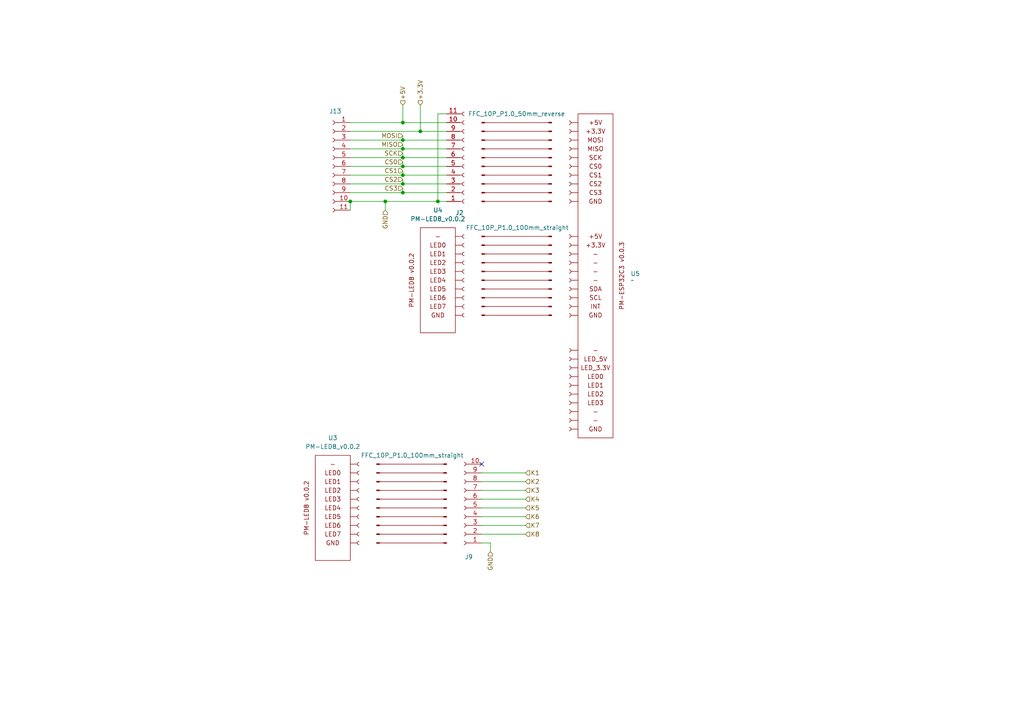
<source format=kicad_sch>
(kicad_sch (version 20231120) (generator "eeschema") (generator_version "8.0")
  (paper "A4")
  (lib_symbols
    (symbol "AFA07-S10FCC-00_1" (pin_names (offset 1.016) hide)
      (property "Reference" "J" (at 0 12.7 0))
      (property "Value" "AFA07-S10FCC-00" (at 0 -20.32 0))
      (symbol "AFA07-S10FCC-00_1_1_1"
        (arc (start 0 -14.732) (mid -0.5058 -15.24) (end 0 -15.748) (stroke (width 0.1524)))
        (arc (start 0 -12.192) (mid -0.5058 -12.7) (end 0 -13.208) (stroke (width 0.1524)))
        (arc (start 0 -9.652) (mid -0.5058 -10.16) (end 0 -10.668) (stroke (width 0.1524)))
        (arc (start 0 -7.112) (mid -0.5058 -7.62) (end 0 -8.128) (stroke (width 0.1524)))
        (arc (start 0 -4.572) (mid -0.5058 -5.08) (end 0 -5.588) (stroke (width 0.1524)))
        (arc (start 0 -2.032) (mid -0.5058 -2.54) (end 0 -3.048) (stroke (width 0.1524)))
        (polyline (pts (xy -1.27 -15.24) (xy -0.508 -15.24)) (stroke (width 0.1524)))
        (polyline (pts (xy -1.27 -12.7) (xy -0.508 -12.7)) (stroke (width 0.1524)))
        (polyline (pts (xy -1.27 -10.16) (xy -0.508 -10.16)) (stroke (width 0.1524)))
        (polyline (pts (xy -1.27 -7.62) (xy -0.508 -7.62)) (stroke (width 0.1524)))
        (polyline (pts (xy -1.27 -5.08) (xy -0.508 -5.08)) (stroke (width 0.1524)))
        (polyline (pts (xy -1.27 -2.54) (xy -0.508 -2.54)) (stroke (width 0.1524)))
        (polyline (pts (xy -1.27 0) (xy -0.508 0)) (stroke (width 0.1524)))
        (polyline (pts (xy -1.27 2.54) (xy -0.508 2.54)) (stroke (width 0.1524)))
        (polyline (pts (xy -1.27 5.08) (xy -0.508 5.08)) (stroke (width 0.1524)))
        (polyline (pts (xy -1.27 7.62) (xy -0.508 7.62)) (stroke (width 0.1524)))
        (polyline (pts (xy -1.27 10.16) (xy -0.508 10.16)) (stroke (width 0.1524)))
        (arc (start 0 0.508) (mid -0.5058 0) (end 0 -0.508) (stroke (width 0.1524)))
        (arc (start 0 3.048) (mid -0.5058 2.54) (end 0 2.032) (stroke (width 0.1524)))
        (arc (start 0 5.588) (mid -0.5058 5.08) (end 0 4.572) (stroke (width 0.1524)))
        (arc (start 0 8.128) (mid -0.5058 7.62) (end 0 7.112) (stroke (width 0.1524)))
        (arc (start 0 10.668) (mid -0.5058 10.16) (end 0 9.652) (stroke (width 0.1524)))
        (pin passive line (at -5.08 10.16 0) (length 3.81) (name "Pin_1") (number "1"))
        (pin passive line (at -5.08 -12.7 0) (length 3.81) (name "Pin_10") (number "10"))
        (pin passive line (at -5.08 -15.24 0) (length 3.81) (name "Pin_11") (number "11"))
        (pin passive line (at -5.08 7.62 0) (length 3.81) (name "Pin_2") (number "2"))
        (pin passive line (at -5.08 5.08 0) (length 3.81) (name "Pin_3") (number "3"))
        (pin passive line (at -5.08 2.54 0) (length 3.81) (name "Pin_4") (number "4"))
        (pin passive line (at -5.08 0 0) (length 3.81) (name "Pin_5") (number "5"))
        (pin passive line (at -5.08 -2.54 0) (length 3.81) (name "Pin_6") (number "6"))
        (pin passive line (at -5.08 -5.08 0) (length 3.81) (name "Pin_7") (number "7"))
        (pin passive line (at -5.08 -7.62 0) (length 3.81) (name "Pin_8") (number "8"))
        (pin passive line (at -5.08 -10.16 0) (length 3.81) (name "Pin_9") (number "9"))
      )
    )
    (symbol "AFA07-S10FCC-00_2" (pin_names (offset 1.016) hide)
      (property "Reference" "J" (at 0 12.7 0))
      (property "Value" "AFA07-S10FCC-00" (at 0 -20.32 0))
      (symbol "AFA07-S10FCC-00_2_1_1"
        (arc (start 0 -14.732) (mid -0.5058 -15.24) (end 0 -15.748) (stroke (width 0.1524)))
        (arc (start 0 -12.192) (mid -0.5058 -12.7) (end 0 -13.208) (stroke (width 0.1524)))
        (arc (start 0 -9.652) (mid -0.5058 -10.16) (end 0 -10.668) (stroke (width 0.1524)))
        (arc (start 0 -7.112) (mid -0.5058 -7.62) (end 0 -8.128) (stroke (width 0.1524)))
        (arc (start 0 -4.572) (mid -0.5058 -5.08) (end 0 -5.588) (stroke (width 0.1524)))
        (arc (start 0 -2.032) (mid -0.5058 -2.54) (end 0 -3.048) (stroke (width 0.1524)))
        (polyline (pts (xy -1.27 -15.24) (xy -0.508 -15.24)) (stroke (width 0.1524)))
        (polyline (pts (xy -1.27 -12.7) (xy -0.508 -12.7)) (stroke (width 0.1524)))
        (polyline (pts (xy -1.27 -10.16) (xy -0.508 -10.16)) (stroke (width 0.1524)))
        (polyline (pts (xy -1.27 -7.62) (xy -0.508 -7.62)) (stroke (width 0.1524)))
        (polyline (pts (xy -1.27 -5.08) (xy -0.508 -5.08)) (stroke (width 0.1524)))
        (polyline (pts (xy -1.27 -2.54) (xy -0.508 -2.54)) (stroke (width 0.1524)))
        (polyline (pts (xy -1.27 0) (xy -0.508 0)) (stroke (width 0.1524)))
        (polyline (pts (xy -1.27 2.54) (xy -0.508 2.54)) (stroke (width 0.1524)))
        (polyline (pts (xy -1.27 5.08) (xy -0.508 5.08)) (stroke (width 0.1524)))
        (polyline (pts (xy -1.27 7.62) (xy -0.508 7.62)) (stroke (width 0.1524)))
        (polyline (pts (xy -1.27 10.16) (xy -0.508 10.16)) (stroke (width 0.1524)))
        (arc (start 0 0.508) (mid -0.5058 0) (end 0 -0.508) (stroke (width 0.1524)))
        (arc (start 0 3.048) (mid -0.5058 2.54) (end 0 2.032) (stroke (width 0.1524)))
        (arc (start 0 5.588) (mid -0.5058 5.08) (end 0 4.572) (stroke (width 0.1524)))
        (arc (start 0 8.128) (mid -0.5058 7.62) (end 0 7.112) (stroke (width 0.1524)))
        (arc (start 0 10.668) (mid -0.5058 10.16) (end 0 9.652) (stroke (width 0.1524)))
        (pin passive line (at -5.08 10.16 0) (length 3.81) (name "Pin_1") (number "1"))
        (pin passive line (at -5.08 -12.7 0) (length 3.81) (name "Pin_10") (number "10"))
        (pin passive line (at -5.08 -15.24 0) (length 3.81) (name "Pin_11") (number "11"))
        (pin passive line (at -5.08 7.62 0) (length 3.81) (name "Pin_2") (number "2"))
        (pin passive line (at -5.08 5.08 0) (length 3.81) (name "Pin_3") (number "3"))
        (pin passive line (at -5.08 2.54 0) (length 3.81) (name "Pin_4") (number "4"))
        (pin passive line (at -5.08 0 0) (length 3.81) (name "Pin_5") (number "5"))
        (pin passive line (at -5.08 -2.54 0) (length 3.81) (name "Pin_6") (number "6"))
        (pin passive line (at -5.08 -5.08 0) (length 3.81) (name "Pin_7") (number "7"))
        (pin passive line (at -5.08 -7.62 0) (length 3.81) (name "Pin_8") (number "8"))
        (pin passive line (at -5.08 -10.16 0) (length 3.81) (name "Pin_9") (number "9"))
      )
    )
    (symbol "kicad_inventree_lib:AFA07-S10FCC-00" (pin_names (offset 1.016) hide)
      (property "Reference" "J" (at 0 12.7 0))
      (property "Value" "AFA07-S10FCC-00" (at 0 -15.24 0))
      (symbol "AFA07-S10FCC-00_1_1"
        (arc (start 0 -12.192) (mid -0.5058 -12.7) (end 0 -13.208) (stroke (width 0.1524)))
        (arc (start 0 -9.652) (mid -0.5058 -10.16) (end 0 -10.668) (stroke (width 0.1524)))
        (arc (start 0 -7.112) (mid -0.5058 -7.62) (end 0 -8.128) (stroke (width 0.1524)))
        (arc (start 0 -4.572) (mid -0.5058 -5.08) (end 0 -5.588) (stroke (width 0.1524)))
        (arc (start 0 -2.032) (mid -0.5058 -2.54) (end 0 -3.048) (stroke (width 0.1524)))
        (polyline (pts (xy -1.27 -12.7) (xy -0.508 -12.7)) (stroke (width 0.1524)))
        (polyline (pts (xy -1.27 -10.16) (xy -0.508 -10.16)) (stroke (width 0.1524)))
        (polyline (pts (xy -1.27 -7.62) (xy -0.508 -7.62)) (stroke (width 0.1524)))
        (polyline (pts (xy -1.27 -5.08) (xy -0.508 -5.08)) (stroke (width 0.1524)))
        (polyline (pts (xy -1.27 -2.54) (xy -0.508 -2.54)) (stroke (width 0.1524)))
        (polyline (pts (xy -1.27 0) (xy -0.508 0)) (stroke (width 0.1524)))
        (polyline (pts (xy -1.27 2.54) (xy -0.508 2.54)) (stroke (width 0.1524)))
        (polyline (pts (xy -1.27 5.08) (xy -0.508 5.08)) (stroke (width 0.1524)))
        (polyline (pts (xy -1.27 7.62) (xy -0.508 7.62)) (stroke (width 0.1524)))
        (polyline (pts (xy -1.27 10.16) (xy -0.508 10.16)) (stroke (width 0.1524)))
        (arc (start 0 0.508) (mid -0.5058 0) (end 0 -0.508) (stroke (width 0.1524)))
        (arc (start 0 3.048) (mid -0.5058 2.54) (end 0 2.032) (stroke (width 0.1524)))
        (arc (start 0 5.588) (mid -0.5058 5.08) (end 0 4.572) (stroke (width 0.1524)))
        (arc (start 0 8.128) (mid -0.5058 7.62) (end 0 7.112) (stroke (width 0.1524)))
        (arc (start 0 10.668) (mid -0.5058 10.16) (end 0 9.652) (stroke (width 0.1524)))
        (pin passive line (at -5.08 10.16 0) (length 3.81) (name "Pin_1") (number "1"))
        (pin passive line (at -5.08 -12.7 0) (length 3.81) (name "Pin_10") (number "10"))
        (pin passive line (at -5.08 7.62 0) (length 3.81) (name "Pin_2") (number "2"))
        (pin passive line (at -5.08 5.08 0) (length 3.81) (name "Pin_3") (number "3"))
        (pin passive line (at -5.08 2.54 0) (length 3.81) (name "Pin_4") (number "4"))
        (pin passive line (at -5.08 0 0) (length 3.81) (name "Pin_5") (number "5"))
        (pin passive line (at -5.08 -2.54 0) (length 3.81) (name "Pin_6") (number "6"))
        (pin passive line (at -5.08 -5.08 0) (length 3.81) (name "Pin_7") (number "7"))
        (pin passive line (at -5.08 -7.62 0) (length 3.81) (name "Pin_8") (number "8"))
        (pin passive line (at -5.08 -10.16 0) (length 3.81) (name "Pin_9") (number "9"))
      )
    )
    (symbol "kicad_inventree_lib:FFC_10P_P1.0_100mm_straight" (on_board no)
      (property "Reference" "J" (at 0 2.794 0))
      (property "Value" "FFC_10P_P1.0_100mm_straight" (at 0 0 0))
      (symbol "FFC_10P_P1.0_100mm_straight_0_1"
        (polyline (pts (xy -8.89 -25.4) (xy 8.89 -25.4)))
        (polyline (pts (xy -8.89 -22.86) (xy 8.89 -22.86)))
        (polyline (pts (xy -8.89 -20.32) (xy 8.89 -20.32)))
        (polyline (pts (xy -8.89 -17.78) (xy 8.89 -17.78)))
        (polyline (pts (xy -8.89 -15.24) (xy 8.89 -15.24)))
        (polyline (pts (xy -8.89 -12.7) (xy 8.89 -12.7)))
        (polyline (pts (xy -8.89 -10.16) (xy 8.89 -10.16)))
        (polyline (pts (xy -8.89 -7.62) (xy 8.89 -7.62)))
        (polyline (pts (xy -8.89 -5.08) (xy 8.89 -5.08)))
        (polyline (pts (xy -8.89 -2.54) (xy 8.89 -2.54)))
      )
      (symbol "FFC_10P_P1.0_100mm_straight_1_1"
        (rectangle (start -10.16 -25.273) (end -9.2964 -25.527) (stroke (width 0.1524)) (fill (type outline)))
        (rectangle (start -10.16 -22.733) (end -9.2964 -22.987) (stroke (width 0.1524)) (fill (type outline)))
        (rectangle (start -10.16 -20.193) (end -9.2964 -20.447) (stroke (width 0.1524)) (fill (type outline)))
        (rectangle (start -10.16 -17.653) (end -9.2964 -17.907) (stroke (width 0.1524)) (fill (type outline)))
        (rectangle (start -10.16 -15.113) (end -9.2964 -15.367) (stroke (width 0.1524)) (fill (type outline)))
        (rectangle (start -10.16 -12.573) (end -9.2964 -12.827) (stroke (width 0.1524)) (fill (type outline)))
        (rectangle (start -10.16 -10.033) (end -9.2964 -10.287) (stroke (width 0.1524)) (fill (type outline)))
        (rectangle (start -10.16 -7.493) (end -9.2964 -7.747) (stroke (width 0.1524)) (fill (type outline)))
        (rectangle (start -10.16 -4.953) (end -9.2964 -5.207) (stroke (width 0.1524)) (fill (type outline)))
        (rectangle (start -10.16 -2.413) (end -9.2964 -2.667) (stroke (width 0.1524)) (fill (type outline)))
        (polyline (pts (xy -8.89 -25.4) (xy -9.2964 -25.4)) (stroke (width 0.1524)))
        (polyline (pts (xy -8.89 -22.86) (xy -9.2964 -22.86)) (stroke (width 0.1524)))
        (polyline (pts (xy -8.89 -20.32) (xy -9.2964 -20.32)) (stroke (width 0.1524)))
        (polyline (pts (xy -8.89 -17.78) (xy -9.2964 -17.78)) (stroke (width 0.1524)))
        (polyline (pts (xy -8.89 -15.24) (xy -9.2964 -15.24)) (stroke (width 0.1524)))
        (polyline (pts (xy -8.89 -12.7) (xy -9.2964 -12.7)) (stroke (width 0.1524)))
        (polyline (pts (xy -8.89 -10.16) (xy -9.2964 -10.16)) (stroke (width 0.1524)))
        (polyline (pts (xy -8.89 -7.62) (xy -9.2964 -7.62)) (stroke (width 0.1524)))
        (polyline (pts (xy -8.89 -5.08) (xy -9.2964 -5.08)) (stroke (width 0.1524)))
        (polyline (pts (xy -8.89 -2.54) (xy -9.2964 -2.54)) (stroke (width 0.1524)))
        (polyline (pts (xy 8.89 -25.4) (xy 9.2964 -25.4)) (stroke (width 0.1524)))
        (polyline (pts (xy 8.89 -22.86) (xy 9.2964 -22.86)) (stroke (width 0.1524)))
        (polyline (pts (xy 8.89 -20.32) (xy 9.2964 -20.32)) (stroke (width 0.1524)))
        (polyline (pts (xy 8.89 -17.78) (xy 9.2964 -17.78)) (stroke (width 0.1524)))
        (polyline (pts (xy 8.89 -15.24) (xy 9.2964 -15.24)) (stroke (width 0.1524)))
        (polyline (pts (xy 8.89 -12.7) (xy 9.2964 -12.7)) (stroke (width 0.1524)))
        (polyline (pts (xy 8.89 -10.16) (xy 9.2964 -10.16)) (stroke (width 0.1524)))
        (polyline (pts (xy 8.89 -7.62) (xy 9.2964 -7.62)) (stroke (width 0.1524)))
        (polyline (pts (xy 8.89 -5.08) (xy 9.2964 -5.08)) (stroke (width 0.1524)))
        (polyline (pts (xy 8.89 -2.54) (xy 9.2964 -2.54)) (stroke (width 0.1524)))
        (rectangle (start 9.2964 -25.273) (end 10.16 -25.527) (stroke (width 0.1524)) (fill (type outline)))
        (rectangle (start 9.2964 -22.733) (end 10.16 -22.987) (stroke (width 0.1524)) (fill (type outline)))
        (rectangle (start 9.2964 -20.193) (end 10.16 -20.447) (stroke (width 0.1524)) (fill (type outline)))
        (rectangle (start 9.2964 -17.653) (end 10.16 -17.907) (stroke (width 0.1524)) (fill (type outline)))
        (rectangle (start 9.2964 -15.113) (end 10.16 -15.367) (stroke (width 0.1524)) (fill (type outline)))
        (rectangle (start 9.2964 -12.573) (end 10.16 -12.827) (stroke (width 0.1524)) (fill (type outline)))
        (rectangle (start 9.2964 -10.033) (end 10.16 -10.287) (stroke (width 0.1524)) (fill (type outline)))
        (rectangle (start 9.2964 -7.493) (end 10.16 -7.747) (stroke (width 0.1524)) (fill (type outline)))
        (rectangle (start 9.2964 -4.953) (end 10.16 -5.207) (stroke (width 0.1524)) (fill (type outline)))
        (rectangle (start 9.2964 -2.413) (end 10.16 -2.667) (stroke (width 0.1524)) (fill (type outline)))
      )
    )
    (symbol "kicad_inventree_lib:FFC_10P_P1.0_50mm_reverse" (on_board no)
      (property "Reference" "J" (at 0 2.794 0))
      (property "Value" "FFC_10P_P1.0_50mm_reverse" (at 0 0 0))
      (symbol "FFC_10P_P1.0_50mm_reverse_0_1"
        (polyline (pts (xy -8.89 -25.4) (xy 8.89 -25.4)))
        (polyline (pts (xy -8.89 -22.86) (xy 8.89 -22.86)))
        (polyline (pts (xy -8.89 -20.32) (xy 8.89 -20.32)))
        (polyline (pts (xy -8.89 -17.78) (xy 8.89 -17.78)))
        (polyline (pts (xy -8.89 -15.24) (xy 8.89 -15.24)))
        (polyline (pts (xy -8.89 -12.7) (xy 8.89 -12.7)))
        (polyline (pts (xy -8.89 -10.16) (xy 8.89 -10.16)))
        (polyline (pts (xy -8.89 -7.62) (xy 8.89 -7.62)))
        (polyline (pts (xy -8.89 -5.08) (xy 8.89 -5.08)))
        (polyline (pts (xy -8.89 -2.54) (xy 8.89 -2.54)))
      )
      (symbol "FFC_10P_P1.0_50mm_reverse_1_1"
        (rectangle (start -10.16 -25.273) (end -9.2964 -25.527) (stroke (width 0.1524)) (fill (type outline)))
        (rectangle (start -10.16 -22.733) (end -9.2964 -22.987) (stroke (width 0.1524)) (fill (type outline)))
        (rectangle (start -10.16 -20.193) (end -9.2964 -20.447) (stroke (width 0.1524)) (fill (type outline)))
        (rectangle (start -10.16 -17.653) (end -9.2964 -17.907) (stroke (width 0.1524)) (fill (type outline)))
        (rectangle (start -10.16 -15.113) (end -9.2964 -15.367) (stroke (width 0.1524)) (fill (type outline)))
        (rectangle (start -10.16 -12.573) (end -9.2964 -12.827) (stroke (width 0.1524)) (fill (type outline)))
        (rectangle (start -10.16 -10.033) (end -9.2964 -10.287) (stroke (width 0.1524)) (fill (type outline)))
        (rectangle (start -10.16 -7.493) (end -9.2964 -7.747) (stroke (width 0.1524)) (fill (type outline)))
        (rectangle (start -10.16 -4.953) (end -9.2964 -5.207) (stroke (width 0.1524)) (fill (type outline)))
        (rectangle (start -10.16 -2.413) (end -9.2964 -2.667) (stroke (width 0.1524)) (fill (type outline)))
        (polyline (pts (xy -8.89 -25.4) (xy -9.2964 -25.4)) (stroke (width 0.1524)))
        (polyline (pts (xy -8.89 -22.86) (xy -9.2964 -22.86)) (stroke (width 0.1524)))
        (polyline (pts (xy -8.89 -20.32) (xy -9.2964 -20.32)) (stroke (width 0.1524)))
        (polyline (pts (xy -8.89 -17.78) (xy -9.2964 -17.78)) (stroke (width 0.1524)))
        (polyline (pts (xy -8.89 -15.24) (xy -9.2964 -15.24)) (stroke (width 0.1524)))
        (polyline (pts (xy -8.89 -12.7) (xy -9.2964 -12.7)) (stroke (width 0.1524)))
        (polyline (pts (xy -8.89 -10.16) (xy -9.2964 -10.16)) (stroke (width 0.1524)))
        (polyline (pts (xy -8.89 -7.62) (xy -9.2964 -7.62)) (stroke (width 0.1524)))
        (polyline (pts (xy -8.89 -5.08) (xy -9.2964 -5.08)) (stroke (width 0.1524)))
        (polyline (pts (xy -8.89 -2.54) (xy -9.2964 -2.54)) (stroke (width 0.1524)))
        (polyline (pts (xy 8.89 -25.4) (xy 9.2964 -25.4)) (stroke (width 0.1524)))
        (polyline (pts (xy 8.89 -22.86) (xy 9.2964 -22.86)) (stroke (width 0.1524)))
        (polyline (pts (xy 8.89 -20.32) (xy 9.2964 -20.32)) (stroke (width 0.1524)))
        (polyline (pts (xy 8.89 -17.78) (xy 9.2964 -17.78)) (stroke (width 0.1524)))
        (polyline (pts (xy 8.89 -15.24) (xy 9.2964 -15.24)) (stroke (width 0.1524)))
        (polyline (pts (xy 8.89 -12.7) (xy 9.2964 -12.7)) (stroke (width 0.1524)))
        (polyline (pts (xy 8.89 -10.16) (xy 9.2964 -10.16)) (stroke (width 0.1524)))
        (polyline (pts (xy 8.89 -7.62) (xy 9.2964 -7.62)) (stroke (width 0.1524)))
        (polyline (pts (xy 8.89 -5.08) (xy 9.2964 -5.08)) (stroke (width 0.1524)))
        (polyline (pts (xy 8.89 -2.54) (xy 9.2964 -2.54)) (stroke (width 0.1524)))
        (rectangle (start 9.2964 -25.273) (end 10.16 -25.527) (stroke (width 0.1524)) (fill (type outline)))
        (rectangle (start 9.2964 -22.733) (end 10.16 -22.987) (stroke (width 0.1524)) (fill (type outline)))
        (rectangle (start 9.2964 -20.193) (end 10.16 -20.447) (stroke (width 0.1524)) (fill (type outline)))
        (rectangle (start 9.2964 -17.653) (end 10.16 -17.907) (stroke (width 0.1524)) (fill (type outline)))
        (rectangle (start 9.2964 -15.113) (end 10.16 -15.367) (stroke (width 0.1524)) (fill (type outline)))
        (rectangle (start 9.2964 -12.573) (end 10.16 -12.827) (stroke (width 0.1524)) (fill (type outline)))
        (rectangle (start 9.2964 -10.033) (end 10.16 -10.287) (stroke (width 0.1524)) (fill (type outline)))
        (rectangle (start 9.2964 -7.493) (end 10.16 -7.747) (stroke (width 0.1524)) (fill (type outline)))
        (rectangle (start 9.2964 -4.953) (end 10.16 -5.207) (stroke (width 0.1524)) (fill (type outline)))
        (rectangle (start 9.2964 -2.413) (end 10.16 -2.667) (stroke (width 0.1524)) (fill (type outline)))
      )
    )
    (symbol "kicad_inventree_lib:PM-ESP32C3_v0.0.3"
      (property "Reference" "U" (at 10.16 -49.53 0))
      (symbol "PM-ESP32C3_v0.0.3_0_1"
        (rectangle (start -5.08 -2.54) (end 5.08 -96.52))
      )
      (symbol "PM-ESP32C3_v0.0.3_1_1"
        (arc (start -7.6178 -94.488) (mid -7.112 -93.98) (end -7.6178 -93.472) (stroke (width 0.1524)))
        (arc (start -7.6178 -91.948) (mid -7.112 -91.44) (end -7.6178 -90.932) (stroke (width 0.1524)))
        (arc (start -7.6178 -89.408) (mid -7.112 -88.9) (end -7.6178 -88.392) (stroke (width 0.1524)))
        (arc (start -7.6178 -86.868) (mid -7.112 -86.36) (end -7.6178 -85.852) (stroke (width 0.1524)))
        (arc (start -7.6178 -84.328) (mid -7.112 -83.82) (end -7.6178 -83.312) (stroke (width 0.1524)))
        (arc (start -7.6178 -81.788) (mid -7.112 -81.28) (end -7.6178 -80.772) (stroke (width 0.1524)))
        (arc (start -7.6178 -79.248) (mid -7.112 -78.74) (end -7.6178 -78.232) (stroke (width 0.1524)))
        (arc (start -7.6178 -76.708) (mid -7.112 -76.2) (end -7.6178 -75.692) (stroke (width 0.1524)))
        (arc (start -7.6178 -74.168) (mid -7.112 -73.66) (end -7.6178 -73.152) (stroke (width 0.1524)))
        (arc (start -7.6178 -71.628) (mid -7.112 -71.12) (end -7.6178 -70.612) (stroke (width 0.1524)))
        (arc (start -7.6178 -61.468) (mid -7.112 -60.96) (end -7.6178 -60.452) (stroke (width 0.1524)))
        (arc (start -7.6178 -58.928) (mid -7.112 -58.42) (end -7.6178 -57.912) (stroke (width 0.1524)))
        (arc (start -7.6178 -56.388) (mid -7.112 -55.88) (end -7.6178 -55.372) (stroke (width 0.1524)))
        (arc (start -7.6178 -53.848) (mid -7.112 -53.34) (end -7.6178 -52.832) (stroke (width 0.1524)))
        (arc (start -7.6178 -51.308) (mid -7.112 -50.8) (end -7.6178 -50.292) (stroke (width 0.1524)))
        (arc (start -7.6178 -48.768) (mid -7.112 -48.26) (end -7.6178 -47.752) (stroke (width 0.1524)))
        (arc (start -7.6178 -46.228) (mid -7.112 -45.72) (end -7.6178 -45.212) (stroke (width 0.1524)))
        (arc (start -7.6178 -43.688) (mid -7.112 -43.18) (end -7.6178 -42.672) (stroke (width 0.1524)))
        (arc (start -7.6178 -41.148) (mid -7.112 -40.64) (end -7.6178 -40.132) (stroke (width 0.1524)))
        (arc (start -7.6178 -38.608) (mid -7.112 -38.1) (end -7.6178 -37.592) (stroke (width 0.1524)))
        (arc (start -7.6178 -28.448) (mid -7.112 -27.94) (end -7.6178 -27.432) (stroke (width 0.1524)))
        (arc (start -7.6178 -25.908) (mid -7.112 -25.4) (end -7.6178 -24.892) (stroke (width 0.1524)))
        (arc (start -7.6178 -23.368) (mid -7.112 -22.86) (end -7.6178 -22.352) (stroke (width 0.1524)))
        (arc (start -7.6178 -20.828) (mid -7.112 -20.32) (end -7.6178 -19.812) (stroke (width 0.1524)))
        (arc (start -7.6178 -18.288) (mid -7.112 -17.78) (end -7.6178 -17.272) (stroke (width 0.1524)))
        (arc (start -7.6178 -15.748) (mid -7.112 -15.24) (end -7.6178 -14.732) (stroke (width 0.1524)))
        (arc (start -7.6178 -13.208) (mid -7.112 -12.7) (end -7.6178 -12.192) (stroke (width 0.1524)))
        (arc (start -7.6178 -10.668) (mid -7.112 -10.16) (end -7.6178 -9.652) (stroke (width 0.1524)))
        (arc (start -7.6178 -8.128) (mid -7.112 -7.62) (end -7.6178 -7.112) (stroke (width 0.1524)))
        (arc (start -7.6178 -5.588) (mid -7.112 -5.08) (end -7.6178 -4.572) (stroke (width 0.1524)))
        (polyline (pts (xy -5.08 -93.98) (xy -7.1098 -93.98)) (stroke (width 0.1524)))
        (polyline (pts (xy -5.08 -91.44) (xy -7.1098 -91.44)) (stroke (width 0.1524)))
        (polyline (pts (xy -5.08 -88.9) (xy -7.1098 -88.9)) (stroke (width 0.1524)))
        (polyline (pts (xy -5.08 -86.36) (xy -7.1098 -86.36)) (stroke (width 0.1524)))
        (polyline (pts (xy -5.08 -83.82) (xy -7.1098 -83.82)) (stroke (width 0.1524)))
        (polyline (pts (xy -5.08 -81.28) (xy -7.1098 -81.28)) (stroke (width 0.1524)))
        (polyline (pts (xy -5.08 -78.74) (xy -7.1098 -78.74)) (stroke (width 0.1524)))
        (polyline (pts (xy -5.08 -76.2) (xy -7.1098 -76.2)) (stroke (width 0.1524)))
        (polyline (pts (xy -5.08 -73.66) (xy -7.1098 -73.66)) (stroke (width 0.1524)))
        (polyline (pts (xy -5.08 -71.12) (xy -7.1098 -71.12)) (stroke (width 0.1524)))
        (polyline (pts (xy -5.08 -60.96) (xy -7.1098 -60.96)) (stroke (width 0.1524)))
        (polyline (pts (xy -5.08 -58.42) (xy -7.1098 -58.42)) (stroke (width 0.1524)))
        (polyline (pts (xy -5.08 -55.88) (xy -7.1098 -55.88)) (stroke (width 0.1524)))
        (polyline (pts (xy -5.08 -53.34) (xy -7.1098 -53.34)) (stroke (width 0.1524)))
        (polyline (pts (xy -5.08 -50.8) (xy -7.1098 -50.8)) (stroke (width 0.1524)))
        (polyline (pts (xy -5.08 -48.26) (xy -7.1098 -48.26)) (stroke (width 0.1524)))
        (polyline (pts (xy -5.08 -45.72) (xy -7.1098 -45.72)) (stroke (width 0.1524)))
        (polyline (pts (xy -5.08 -43.18) (xy -7.1098 -43.18)) (stroke (width 0.1524)))
        (polyline (pts (xy -5.08 -40.64) (xy -7.1098 -40.64)) (stroke (width 0.1524)))
        (polyline (pts (xy -5.08 -38.1) (xy -7.1098 -38.1)) (stroke (width 0.1524)))
        (polyline (pts (xy -5.08 -27.94) (xy -7.1098 -27.94)) (stroke (width 0.1524)))
        (polyline (pts (xy -5.08 -25.4) (xy -7.1098 -25.4)) (stroke (width 0.1524)))
        (polyline (pts (xy -5.08 -22.86) (xy -7.1098 -22.86)) (stroke (width 0.1524)))
        (polyline (pts (xy -5.08 -20.32) (xy -7.1098 -20.32)) (stroke (width 0.1524)))
        (polyline (pts (xy -5.08 -17.78) (xy -7.1098 -17.78)) (stroke (width 0.1524)))
        (polyline (pts (xy -5.08 -15.24) (xy -7.1098 -15.24)) (stroke (width 0.1524)))
        (polyline (pts (xy -5.08 -12.7) (xy -7.1098 -12.7)) (stroke (width 0.1524)))
        (polyline (pts (xy -5.08 -10.16) (xy -7.1098 -10.16)) (stroke (width 0.1524)))
        (polyline (pts (xy -5.08 -7.62) (xy -7.1098 -7.62)) (stroke (width 0.1524)))
        (polyline (pts (xy -5.08 -5.08) (xy -7.1098 -5.08)) (stroke (width 0.1524)))
        (text "+3.3V" (at 0 -40.64 0) (effects (font (size 1.27 1.27))))
        (text "+3.3V" (at 0 -7.62 0) (effects (font (size 1.27 1.27))))
        (text "+5V" (at 0 -38.1 0) (effects (font (size 1.27 1.27))))
        (text "+5V" (at 0 -5.08 0) (effects (font (size 1.27 1.27))))
        (text "-" (at 0 -91.44 0) (effects (font (size 1.27 1.27))))
        (text "-" (at 0 -88.9 0) (effects (font (size 1.27 1.27))))
        (text "-" (at 0 -71.12 0) (effects (font (size 1.27 1.27))))
        (text "-" (at 0 -50.8 0) (effects (font (size 1.27 1.27))))
        (text "-" (at 0 -48.26 0) (effects (font (size 1.27 1.27))))
        (text "-" (at 0 -45.72 0) (effects (font (size 1.27 1.27))))
        (text "-" (at 0 -43.18 0) (effects (font (size 1.27 1.27))))
        (text "CS0" (at 0 -17.78 0) (effects (font (size 1.27 1.27))))
        (text "CS1" (at 0 -20.32 0) (effects (font (size 1.27 1.27))))
        (text "CS2" (at 0 -22.86 0) (effects (font (size 1.27 1.27))))
        (text "CS3" (at 0 -25.4 0) (effects (font (size 1.27 1.27))))
        (text "GND" (at 0 -93.98 0) (effects (font (size 1.27 1.27))))
        (text "GND" (at 0 -60.96 0) (effects (font (size 1.27 1.27))))
        (text "GND" (at 0 -27.94 0) (effects (font (size 1.27 1.27))))
        (text "INT" (at 0 -58.42 0) (effects (font (size 1.27 1.27))))
        (text "LED0" (at 0 -78.74 0) (effects (font (size 1.27 1.27))))
        (text "LED1" (at 0 -81.28 0) (effects (font (size 1.27 1.27))))
        (text "LED2" (at 0 -83.82 0) (effects (font (size 1.27 1.27))))
        (text "LED3" (at 0 -86.36 0) (effects (font (size 1.27 1.27))))
        (text "LED_3.3V" (at 0 -76.2 0) (effects (font (size 1.27 1.27))))
        (text "LED_5V" (at 0 -73.66 0) (effects (font (size 1.27 1.27))))
        (text "MISO" (at 0 -12.7 0) (effects (font (size 1.27 1.27))))
        (text "MOSI" (at 0 -10.16 0) (effects (font (size 1.27 1.27))))
        (text "PM-ESP32C3 v0.0.3" (at 7.62 -49.53 900) (effects (font (size 1.27 1.27))))
        (text "SCK" (at 0 -15.24 0) (effects (font (size 1.27 1.27))))
        (text "SCL" (at 0 -55.88 0) (effects (font (size 1.27 1.27))))
        (text "SDA" (at 0 -53.34 0) (effects (font (size 1.27 1.27))))
      )
    )
    (symbol "kicad_inventree_lib:PM-LED8_v0.0.2"
      (property "Reference" "U" (at 0 2.54 0))
      (property "Value" "PM-LED8_v0.0.2" (at 0 0 0))
      (symbol "PM-LED8_v0.0.2_0_1"
        (rectangle (start -5.08 -2.54) (end 5.08 -33.02))
      )
      (symbol "PM-LED8_v0.0.2_1_1"
        (polyline (pts (xy 5.08 -27.94) (xy 7.1098 -27.94)) (stroke (width 0.1524)))
        (polyline (pts (xy 5.08 -25.4) (xy 7.1098 -25.4)) (stroke (width 0.1524)))
        (polyline (pts (xy 5.08 -22.86) (xy 7.1098 -22.86)) (stroke (width 0.1524)))
        (polyline (pts (xy 5.08 -20.32) (xy 7.1098 -20.32)) (stroke (width 0.1524)))
        (polyline (pts (xy 5.08 -17.78) (xy 7.1098 -17.78)) (stroke (width 0.1524)))
        (polyline (pts (xy 5.08 -15.24) (xy 7.1098 -15.24)) (stroke (width 0.1524)))
        (polyline (pts (xy 5.08 -12.7) (xy 7.1098 -12.7)) (stroke (width 0.1524)))
        (polyline (pts (xy 5.08 -10.16) (xy 7.1098 -10.16)) (stroke (width 0.1524)))
        (polyline (pts (xy 5.08 -7.62) (xy 7.1098 -7.62)) (stroke (width 0.1524)))
        (polyline (pts (xy 5.08 -5.08) (xy 7.1098 -5.08)) (stroke (width 0.1524)))
        (arc (start 7.6178 -27.432) (mid 7.112 -27.94) (end 7.6178 -28.448) (stroke (width 0.1524)))
        (arc (start 7.6178 -24.892) (mid 7.112 -25.4) (end 7.6178 -25.908) (stroke (width 0.1524)))
        (arc (start 7.6178 -22.352) (mid 7.112 -22.86) (end 7.6178 -23.368) (stroke (width 0.1524)))
        (arc (start 7.6178 -19.812) (mid 7.112 -20.32) (end 7.6178 -20.828) (stroke (width 0.1524)))
        (arc (start 7.6178 -17.272) (mid 7.112 -17.78) (end 7.6178 -18.288) (stroke (width 0.1524)))
        (arc (start 7.6178 -14.732) (mid 7.112 -15.24) (end 7.6178 -15.748) (stroke (width 0.1524)))
        (arc (start 7.6178 -12.192) (mid 7.112 -12.7) (end 7.6178 -13.208) (stroke (width 0.1524)))
        (arc (start 7.6178 -9.652) (mid 7.112 -10.16) (end 7.6178 -10.668) (stroke (width 0.1524)))
        (arc (start 7.6178 -7.112) (mid 7.112 -7.62) (end 7.6178 -8.128) (stroke (width 0.1524)))
        (arc (start 7.6178 -4.572) (mid 7.112 -5.08) (end 7.6178 -5.588) (stroke (width 0.1524)))
        (text "-" (at 0 -5.08 0) (effects (font (size 1.27 1.27))))
        (text "GND" (at 0 -27.94 0) (effects (font (size 1.27 1.27))))
        (text "LED0" (at 0 -7.62 0) (effects (font (size 1.27 1.27))))
        (text "LED1" (at 0 -10.16 0) (effects (font (size 1.27 1.27))))
        (text "LED2" (at 0 -12.7 0) (effects (font (size 1.27 1.27))))
        (text "LED3" (at 0 -15.24 0) (effects (font (size 1.27 1.27))))
        (text "LED4" (at 0 -17.78 0) (effects (font (size 1.27 1.27))))
        (text "LED5" (at 0 -20.32 0) (effects (font (size 1.27 1.27))))
        (text "LED6" (at 0 -22.86 0) (effects (font (size 1.27 1.27))))
        (text "LED7" (at 0 -25.4 0) (effects (font (size 1.27 1.27))))
        (text "PM-LED8 v0.0.2" (at -7.62 -17.78 900) (effects (font (size 1.27 1.27))))
      )
    )
  )
  (junction (at 116.84 48.26))
  (junction (at 116.84 55.88))
  (junction (at 116.84 50.8))
  (junction (at 116.84 35.56))
  (junction (at 127 58.42))
  (junction (at 116.84 53.34))
  (junction (at 121.92 38.1))
  (junction (at 116.84 40.64))
  (junction (at 101.6 58.42))
  (junction (at 116.84 43.18))
  (junction (at 116.84 45.72))
  (junction (at 111.76 58.42))
  (no_connect (at 139.7 134.62))
  (wire (pts (xy 116.84 50.8) (xy 129.54 50.8)))
  (wire (pts (xy 116.84 54.61) (xy 116.84 55.88)))
  (wire (pts (xy 116.84 52.07) (xy 116.84 53.34)))
  (wire (pts (xy 127 33.02) (xy 127 58.42)))
  (wire (pts (xy 152.4 142.24) (xy 139.7 142.24)))
  (wire (pts (xy 116.84 39.37) (xy 116.84 40.64)))
  (wire (pts (xy 101.6 50.8) (xy 116.84 50.8)))
  (wire (pts (xy 152.4 147.32) (xy 139.7 147.32)))
  (wire (pts (xy 101.6 45.72) (xy 116.84 45.72)))
  (wire (pts (xy 116.84 41.91) (xy 116.84 43.18)))
  (wire (pts (xy 129.54 33.02) (xy 127 33.02)))
  (wire (pts (xy 152.4 137.16) (xy 139.7 137.16)))
  (wire (pts (xy 116.84 45.72) (xy 129.54 45.72)))
  (wire (pts (xy 111.76 60.96) (xy 111.76 58.42)))
  (wire (pts (xy 116.84 43.18) (xy 129.54 43.18)))
  (wire (pts (xy 101.6 43.18) (xy 116.84 43.18)))
  (wire (pts (xy 127 58.42) (xy 129.54 58.42)))
  (wire (pts (xy 116.84 35.56) (xy 129.54 35.56)))
  (wire (pts (xy 152.4 139.7) (xy 139.7 139.7)))
  (wire (pts (xy 152.4 149.86) (xy 139.7 149.86)))
  (wire (pts (xy 116.84 48.26) (xy 129.54 48.26)))
  (wire (pts (xy 101.6 35.56) (xy 116.84 35.56)))
  (wire (pts (xy 142.24 160.02) (xy 142.24 157.48)))
  (wire (pts (xy 116.84 49.53) (xy 116.84 50.8)))
  (wire (pts (xy 152.4 144.78) (xy 139.7 144.78)))
  (wire (pts (xy 101.6 38.1) (xy 121.92 38.1)))
  (wire (pts (xy 101.6 48.26) (xy 116.84 48.26)))
  (wire (pts (xy 101.6 58.42) (xy 101.6 60.96)))
  (wire (pts (xy 152.4 152.4) (xy 139.7 152.4)))
  (wire (pts (xy 116.84 55.88) (xy 129.54 55.88)))
  (wire (pts (xy 116.84 46.99) (xy 116.84 48.26)))
  (wire (pts (xy 116.84 53.34) (xy 129.54 53.34)))
  (wire (pts (xy 101.6 40.64) (xy 116.84 40.64)))
  (wire (pts (xy 152.4 154.94) (xy 139.7 154.94)))
  (wire (pts (xy 121.92 30.48) (xy 121.92 38.1)))
  (wire (pts (xy 101.6 58.42) (xy 111.76 58.42)))
  (wire (pts (xy 116.84 44.45) (xy 116.84 45.72)))
  (wire (pts (xy 101.6 53.34) (xy 116.84 53.34)))
  (wire (pts (xy 121.92 38.1) (xy 129.54 38.1)))
  (wire (pts (xy 111.76 58.42) (xy 127 58.42)))
  (wire (pts (xy 142.24 157.48) (xy 139.7 157.48)))
  (wire (pts (xy 116.84 40.64) (xy 129.54 40.64)))
  (wire (pts (xy 101.6 55.88) (xy 116.84 55.88)))
  (wire (pts (xy 116.84 30.48) (xy 116.84 35.56)))
  (hierarchical_label "K2" (shape input) (at 152.4 139.7 0))
  (hierarchical_label "K1" (shape input) (at 152.4 137.16 0))
  (hierarchical_label "CS1" (shape input) (at 116.84 49.53 180))
  (hierarchical_label "K5" (shape input) (at 152.4 147.32 0))
  (hierarchical_label "CS3" (shape input) (at 116.84 54.61 180))
  (hierarchical_label "SCK" (shape input) (at 116.84 44.45 180))
  (hierarchical_label "K3" (shape input) (at 152.4 142.24 0))
  (hierarchical_label "CS0" (shape input) (at 116.84 46.99 180))
  (hierarchical_label "K4" (shape input) (at 152.4 144.78 0))
  (hierarchical_label "CS2" (shape input) (at 116.84 52.07 180))
  (hierarchical_label "GND" (shape input) (at 111.76 60.96 270))
  (hierarchical_label "+5V" (shape input) (at 116.84 30.48 90))
  (hierarchical_label "MISO" (shape input) (at 116.84 41.91 180))
  (hierarchical_label "K6" (shape input) (at 152.4 149.86 0))
  (hierarchical_label "MOSI" (shape input) (at 116.84 39.37 180))
  (hierarchical_label "K8" (shape input) (at 152.4 154.94 0))
  (hierarchical_label "+3.3V" (shape input) (at 121.92 30.48 90))
  (hierarchical_label "K7" (shape input) (at 152.4 152.4 0))
  (hierarchical_label "GND" (shape input) (at 142.24 160.02 270))
  (symbol (lib_id "kicad_inventree_lib:FFC_10P_P1.0_100mm_straight") (at 119.38 132.08 0) (unit 1) (on_board no)
    (property "Reference" "J1" (effects (hide yes)))
    (property "Value" "FFC_10P_P1.0_100mm_straight" (at 104.648 132.08 0) (effects (justify left)))
    (property "Datasheet" "http://inventree.network/part/172/" (effects (hide yes)))
    (property "part_ipn" "FFC_10P_P1.0_100mm_straight" (effects (hide yes)))
  )
  (symbol (lib_id "kicad_inventree_lib:PM-LED8_v0.0.2") (at 127 63.5 0) (unit 1)
    (property "Reference" "U4" (at 127 60.96 0))
    (property "Value" "PM-LED8_v0.0.2" (at 127 63.5 0))
    (property "Footprint" "kicad_inventree_lib:PM-LED_v0.0.2" (effects (hide yes)))
    (property "part_ipn" "PM-LED8_v0.0.1" (effects (hide yes)))
  )
  (symbol (lib_id "kicad_inventree_lib:PM-ESP32C3_v0.0.3") (at 172.72 30.48 0) (unit 1)
    (property "Reference" "U5" (at 182.88 79.3749 0) (effects (justify left)))
    (property "Value" "~" (at 182.88 81.28 0) (effects (justify left)))
    (property "Footprint" "kicad_inventree_lib:PM-ESP32C3_v0.0.3" (effects (hide yes)))
    (property "part_ipn" "PM-ESP32C3_v0.0.3" (effects (hide yes)))
  )
  (symbol (lib_name "AFA07-S10FCC-00_2") (lib_id "kicad_inventree_lib:AFA07-S10FCC-00") (at 96.52 45.72 0) (mirror y) (unit 1)
    (property "Reference" "J13" (at 99.06 32.258 0) (effects (justify left)))
    (property "Value" "AFA07-S10FCC-00" (effects (hide yes)))
    (property "Footprint" "kicad_inventree_lib:CONN10_AFA07-S10_JUS" (effects (hide yes)))
    (property "Datasheet" "http://inventree.network/part/170/" (effects (hide yes)))
    (property "Description" "Generic connector, single row, 01x10, script generated" (effects (hide yes)))
    (property "part_ipn" "AFA07-S10FCC-00" (effects (hide yes)))
  )
  (symbol (lib_id "kicad_inventree_lib:AFA07-S10FCC-00") (at 134.62 147.32 180) (unit 1)
    (property "Reference" "J9" (at 137.16 161.544 0) (effects (justify left)))
    (property "Value" "AFA07-S10FCC-00" (effects (hide yes)))
    (property "Footprint" "kicad_inventree_lib:CONN10_AFA07-S10_JUS" (effects (hide yes)))
    (property "Datasheet" "http://inventree.network/part/170/" (effects (hide yes)))
    (property "Description" "Generic connector, single row, 01x10, script generated" (effects (hide yes)))
    (property "part_ipn" "AFA07-S10FCC-00" (effects (hide yes)))
  )
  (symbol (lib_name "AFA07-S10FCC-00_1") (lib_id "kicad_inventree_lib:AFA07-S10FCC-00") (at 134.62 48.26 0) (mirror x) (unit 1)
    (property "Reference" "J2" (at 132.08 61.722 0) (effects (justify left)))
    (property "Value" "AFA07-S10FCC-00" (effects (hide yes)))
    (property "Footprint" "kicad_inventree_lib:CONN10_AFA07-S10_JUS" (effects (hide yes)))
    (property "Datasheet" "http://inventree.network/part/170/" (effects (hide yes)))
    (property "Description" "Generic connector, single row, 01x10, script generated" (effects (hide yes)))
    (property "part_ipn" "AFA07-S10FCC-00" (effects (hide yes)))
  )
  (symbol (lib_id "kicad_inventree_lib:FFC_10P_P1.0_50mm_reverse") (at 149.86 33.02 0) (unit 1) (on_board no)
    (property "Reference" "J11" (effects (hide yes)))
    (property "Value" "FFC_10P_P1.0_50mm_reverse" (at 149.86 33.02 0))
    (property "Datasheet" "http://inventree.network/part/171/" (effects (hide yes)))
    (property "part_ipn" "FFC_10P_P1.0_50mm_reverse" (effects (hide yes)))
  )
  (symbol (lib_id "kicad_inventree_lib:FFC_10P_P1.0_100mm_straight") (at 149.86 66.04 0) (unit 1) (on_board no)
    (property "Reference" "J12" (effects (hide yes)))
    (property "Value" "FFC_10P_P1.0_100mm_straight" (at 135.128 66.04 0) (effects (justify left)))
    (property "Datasheet" "http://inventree.network/part/172/" (effects (hide yes)))
    (property "part_ipn" "FFC_10P_P1.0_100mm_straight" (effects (hide yes)))
  )
  (symbol (lib_id "kicad_inventree_lib:PM-LED8_v0.0.2") (at 96.52 129.54 0) (unit 1) (on_board no)
    (property "Reference" "U3" (at 96.52 127 0))
    (property "Value" "PM-LED8_v0.0.2" (at 96.52 129.54 0))
    (property "Footprint" "kicad_inventree_lib:PM-LED_v0.0.2" (effects (hide yes)))
    (property "part_ipn" "PM-LED8_v0.0.1" (effects (hide yes)))
  )
)
</source>
